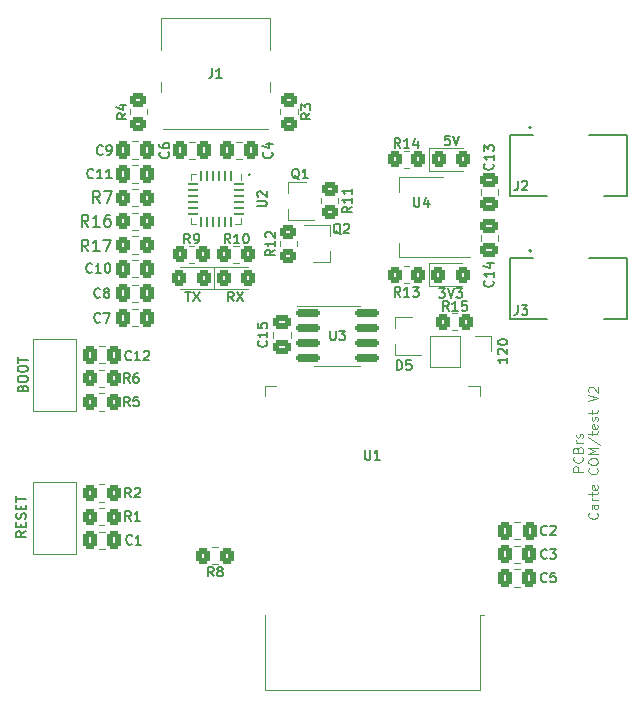
<source format=gbr>
%TF.GenerationSoftware,KiCad,Pcbnew,(6.0.2)*%
%TF.CreationDate,2022-05-29T19:06:36+02:00*%
%TF.ProjectId,PCB_ESP32_CAN,5043425f-4553-4503-9332-5f43414e2e6b,rev?*%
%TF.SameCoordinates,Original*%
%TF.FileFunction,Legend,Top*%
%TF.FilePolarity,Positive*%
%FSLAX46Y46*%
G04 Gerber Fmt 4.6, Leading zero omitted, Abs format (unit mm)*
G04 Created by KiCad (PCBNEW (6.0.2)) date 2022-05-29 19:06:36*
%MOMM*%
%LPD*%
G01*
G04 APERTURE LIST*
G04 Aperture macros list*
%AMRoundRect*
0 Rectangle with rounded corners*
0 $1 Rounding radius*
0 $2 $3 $4 $5 $6 $7 $8 $9 X,Y pos of 4 corners*
0 Add a 4 corners polygon primitive as box body*
4,1,4,$2,$3,$4,$5,$6,$7,$8,$9,$2,$3,0*
0 Add four circle primitives for the rounded corners*
1,1,$1+$1,$2,$3*
1,1,$1+$1,$4,$5*
1,1,$1+$1,$6,$7*
1,1,$1+$1,$8,$9*
0 Add four rect primitives between the rounded corners*
20,1,$1+$1,$2,$3,$4,$5,0*
20,1,$1+$1,$4,$5,$6,$7,0*
20,1,$1+$1,$6,$7,$8,$9,0*
20,1,$1+$1,$8,$9,$2,$3,0*%
G04 Aperture macros list end*
%ADD10C,0.152400*%
%ADD11C,0.100000*%
%ADD12C,0.150000*%
%ADD13C,0.120000*%
%ADD14C,0.200000*%
%ADD15RoundRect,0.250000X-0.337500X-0.475000X0.337500X-0.475000X0.337500X0.475000X-0.337500X0.475000X0*%
%ADD16RoundRect,0.250000X0.337500X0.475000X-0.337500X0.475000X-0.337500X-0.475000X0.337500X-0.475000X0*%
%ADD17RoundRect,0.250000X0.475000X-0.337500X0.475000X0.337500X-0.475000X0.337500X-0.475000X-0.337500X0*%
%ADD18RoundRect,0.250000X-0.475000X0.337500X-0.475000X-0.337500X0.475000X-0.337500X0.475000X0.337500X0*%
%ADD19RoundRect,0.250000X0.325000X0.450000X-0.325000X0.450000X-0.325000X-0.450000X0.325000X-0.450000X0*%
%ADD20RoundRect,0.250000X-0.325000X-0.450000X0.325000X-0.450000X0.325000X0.450000X-0.325000X0.450000X0*%
%ADD21R,0.900000X0.800000*%
%ADD22R,1.700000X1.700000*%
%ADD23O,1.700000X1.700000*%
%ADD24RoundRect,0.250000X0.350000X0.450000X-0.350000X0.450000X-0.350000X-0.450000X0.350000X-0.450000X0*%
%ADD25RoundRect,0.250000X-0.350000X-0.450000X0.350000X-0.450000X0.350000X0.450000X-0.350000X0.450000X0*%
%ADD26RoundRect,0.250000X0.450000X-0.350000X0.450000X0.350000X-0.450000X0.350000X-0.450000X-0.350000X0*%
%ADD27RoundRect,0.250000X-0.450000X0.350000X-0.450000X-0.350000X0.450000X-0.350000X0.450000X0.350000X0*%
%ADD28R,1.600000X2.180000*%
%ADD29R,2.000000X0.900000*%
%ADD30R,0.900000X2.000000*%
%ADD31R,5.000000X5.000000*%
%ADD32RoundRect,0.062500X-0.062500X0.350000X-0.062500X-0.350000X0.062500X-0.350000X0.062500X0.350000X0*%
%ADD33RoundRect,0.062500X-0.350000X0.062500X-0.350000X-0.062500X0.350000X-0.062500X0.350000X0.062500X0*%
%ADD34R,2.600000X2.600000*%
%ADD35RoundRect,0.150000X-0.825000X-0.150000X0.825000X-0.150000X0.825000X0.150000X-0.825000X0.150000X0*%
%ADD36R,2.000000X1.500000*%
%ADD37R,2.000000X3.800000*%
%ADD38C,0.800000*%
%ADD39C,6.400000*%
%ADD40R,1.500000X3.000000*%
%ADD41C,0.700000*%
%ADD42O,0.900000X2.400000*%
%ADD43O,0.900000X1.700000*%
G04 APERTURE END LIST*
D10*
X133400000Y-86690285D02*
X133438704Y-86728990D01*
X133400000Y-86767695D01*
X133361295Y-86728990D01*
X133400000Y-86690285D01*
X133400000Y-86767695D01*
D11*
X161617904Y-111880952D02*
X160817904Y-111880952D01*
X160817904Y-111576190D01*
X160856000Y-111500000D01*
X160894095Y-111461904D01*
X160970285Y-111423809D01*
X161084571Y-111423809D01*
X161160761Y-111461904D01*
X161198857Y-111500000D01*
X161236952Y-111576190D01*
X161236952Y-111880952D01*
X161541714Y-110623809D02*
X161579809Y-110661904D01*
X161617904Y-110776190D01*
X161617904Y-110852380D01*
X161579809Y-110966666D01*
X161503619Y-111042857D01*
X161427428Y-111080952D01*
X161275047Y-111119047D01*
X161160761Y-111119047D01*
X161008380Y-111080952D01*
X160932190Y-111042857D01*
X160856000Y-110966666D01*
X160817904Y-110852380D01*
X160817904Y-110776190D01*
X160856000Y-110661904D01*
X160894095Y-110623809D01*
X161198857Y-110014285D02*
X161236952Y-109900000D01*
X161275047Y-109861904D01*
X161351238Y-109823809D01*
X161465523Y-109823809D01*
X161541714Y-109861904D01*
X161579809Y-109900000D01*
X161617904Y-109976190D01*
X161617904Y-110280952D01*
X160817904Y-110280952D01*
X160817904Y-110014285D01*
X160856000Y-109938095D01*
X160894095Y-109900000D01*
X160970285Y-109861904D01*
X161046476Y-109861904D01*
X161122666Y-109900000D01*
X161160761Y-109938095D01*
X161198857Y-110014285D01*
X161198857Y-110280952D01*
X161617904Y-109480952D02*
X161084571Y-109480952D01*
X161236952Y-109480952D02*
X161160761Y-109442857D01*
X161122666Y-109404761D01*
X161084571Y-109328571D01*
X161084571Y-109252380D01*
X161579809Y-109023809D02*
X161617904Y-108947619D01*
X161617904Y-108795238D01*
X161579809Y-108719047D01*
X161503619Y-108680952D01*
X161465523Y-108680952D01*
X161389333Y-108719047D01*
X161351238Y-108795238D01*
X161351238Y-108909523D01*
X161313142Y-108985714D01*
X161236952Y-109023809D01*
X161198857Y-109023809D01*
X161122666Y-108985714D01*
X161084571Y-108909523D01*
X161084571Y-108795238D01*
X161122666Y-108719047D01*
X162829714Y-115385714D02*
X162867809Y-115423809D01*
X162905904Y-115538095D01*
X162905904Y-115614285D01*
X162867809Y-115728571D01*
X162791619Y-115804761D01*
X162715428Y-115842857D01*
X162563047Y-115880952D01*
X162448761Y-115880952D01*
X162296380Y-115842857D01*
X162220190Y-115804761D01*
X162144000Y-115728571D01*
X162105904Y-115614285D01*
X162105904Y-115538095D01*
X162144000Y-115423809D01*
X162182095Y-115385714D01*
X162905904Y-114700000D02*
X162486857Y-114700000D01*
X162410666Y-114738095D01*
X162372571Y-114814285D01*
X162372571Y-114966666D01*
X162410666Y-115042857D01*
X162867809Y-114700000D02*
X162905904Y-114776190D01*
X162905904Y-114966666D01*
X162867809Y-115042857D01*
X162791619Y-115080952D01*
X162715428Y-115080952D01*
X162639238Y-115042857D01*
X162601142Y-114966666D01*
X162601142Y-114776190D01*
X162563047Y-114700000D01*
X162905904Y-114319047D02*
X162372571Y-114319047D01*
X162524952Y-114319047D02*
X162448761Y-114280952D01*
X162410666Y-114242857D01*
X162372571Y-114166666D01*
X162372571Y-114090476D01*
X162372571Y-113938095D02*
X162372571Y-113633333D01*
X162105904Y-113823809D02*
X162791619Y-113823809D01*
X162867809Y-113785714D01*
X162905904Y-113709523D01*
X162905904Y-113633333D01*
X162867809Y-113061904D02*
X162905904Y-113138095D01*
X162905904Y-113290476D01*
X162867809Y-113366666D01*
X162791619Y-113404761D01*
X162486857Y-113404761D01*
X162410666Y-113366666D01*
X162372571Y-113290476D01*
X162372571Y-113138095D01*
X162410666Y-113061904D01*
X162486857Y-113023809D01*
X162563047Y-113023809D01*
X162639238Y-113404761D01*
X162829714Y-111614285D02*
X162867809Y-111652380D01*
X162905904Y-111766666D01*
X162905904Y-111842857D01*
X162867809Y-111957142D01*
X162791619Y-112033333D01*
X162715428Y-112071428D01*
X162563047Y-112109523D01*
X162448761Y-112109523D01*
X162296380Y-112071428D01*
X162220190Y-112033333D01*
X162144000Y-111957142D01*
X162105904Y-111842857D01*
X162105904Y-111766666D01*
X162144000Y-111652380D01*
X162182095Y-111614285D01*
X162105904Y-111119047D02*
X162105904Y-110966666D01*
X162144000Y-110890476D01*
X162220190Y-110814285D01*
X162372571Y-110776190D01*
X162639238Y-110776190D01*
X162791619Y-110814285D01*
X162867809Y-110890476D01*
X162905904Y-110966666D01*
X162905904Y-111119047D01*
X162867809Y-111195238D01*
X162791619Y-111271428D01*
X162639238Y-111309523D01*
X162372571Y-111309523D01*
X162220190Y-111271428D01*
X162144000Y-111195238D01*
X162105904Y-111119047D01*
X162905904Y-110433333D02*
X162105904Y-110433333D01*
X162677333Y-110166666D01*
X162105904Y-109900000D01*
X162905904Y-109900000D01*
X162067809Y-108947619D02*
X163096380Y-109633333D01*
X162372571Y-108795238D02*
X162372571Y-108490476D01*
X162105904Y-108680952D02*
X162791619Y-108680952D01*
X162867809Y-108642857D01*
X162905904Y-108566666D01*
X162905904Y-108490476D01*
X162867809Y-107919047D02*
X162905904Y-107995238D01*
X162905904Y-108147619D01*
X162867809Y-108223809D01*
X162791619Y-108261904D01*
X162486857Y-108261904D01*
X162410666Y-108223809D01*
X162372571Y-108147619D01*
X162372571Y-107995238D01*
X162410666Y-107919047D01*
X162486857Y-107880952D01*
X162563047Y-107880952D01*
X162639238Y-108261904D01*
X162867809Y-107576190D02*
X162905904Y-107500000D01*
X162905904Y-107347619D01*
X162867809Y-107271428D01*
X162791619Y-107233333D01*
X162753523Y-107233333D01*
X162677333Y-107271428D01*
X162639238Y-107347619D01*
X162639238Y-107461904D01*
X162601142Y-107538095D01*
X162524952Y-107576190D01*
X162486857Y-107576190D01*
X162410666Y-107538095D01*
X162372571Y-107461904D01*
X162372571Y-107347619D01*
X162410666Y-107271428D01*
X162372571Y-107004761D02*
X162372571Y-106700000D01*
X162105904Y-106890476D02*
X162791619Y-106890476D01*
X162867809Y-106852380D01*
X162905904Y-106776190D01*
X162905904Y-106700000D01*
X162105904Y-105938095D02*
X162905904Y-105671428D01*
X162105904Y-105404761D01*
X162182095Y-105176190D02*
X162144000Y-105138095D01*
X162105904Y-105061904D01*
X162105904Y-104871428D01*
X162144000Y-104795238D01*
X162182095Y-104757142D01*
X162258285Y-104719047D01*
X162334476Y-104719047D01*
X162448761Y-104757142D01*
X162905904Y-105214285D01*
X162905904Y-104719047D01*
D10*
%TO.C,C1*%
X123464533Y-117990285D02*
X123425828Y-118028990D01*
X123309714Y-118067695D01*
X123232304Y-118067695D01*
X123116190Y-118028990D01*
X123038780Y-117951580D01*
X123000076Y-117874171D01*
X122961371Y-117719352D01*
X122961371Y-117603238D01*
X123000076Y-117448419D01*
X123038780Y-117371009D01*
X123116190Y-117293600D01*
X123232304Y-117254895D01*
X123309714Y-117254895D01*
X123425828Y-117293600D01*
X123464533Y-117332304D01*
X124238628Y-118067695D02*
X123774171Y-118067695D01*
X124006400Y-118067695D02*
X124006400Y-117254895D01*
X123928990Y-117371009D01*
X123851580Y-117448419D01*
X123774171Y-117487123D01*
%TO.C,C2*%
X158564533Y-117190285D02*
X158525828Y-117228990D01*
X158409714Y-117267695D01*
X158332304Y-117267695D01*
X158216190Y-117228990D01*
X158138780Y-117151580D01*
X158100076Y-117074171D01*
X158061371Y-116919352D01*
X158061371Y-116803238D01*
X158100076Y-116648419D01*
X158138780Y-116571009D01*
X158216190Y-116493600D01*
X158332304Y-116454895D01*
X158409714Y-116454895D01*
X158525828Y-116493600D01*
X158564533Y-116532304D01*
X158874171Y-116532304D02*
X158912876Y-116493600D01*
X158990285Y-116454895D01*
X159183809Y-116454895D01*
X159261219Y-116493600D01*
X159299923Y-116532304D01*
X159338628Y-116609714D01*
X159338628Y-116687123D01*
X159299923Y-116803238D01*
X158835466Y-117267695D01*
X159338628Y-117267695D01*
%TO.C,C3*%
X158564533Y-119190285D02*
X158525828Y-119228990D01*
X158409714Y-119267695D01*
X158332304Y-119267695D01*
X158216190Y-119228990D01*
X158138780Y-119151580D01*
X158100076Y-119074171D01*
X158061371Y-118919352D01*
X158061371Y-118803238D01*
X158100076Y-118648419D01*
X158138780Y-118571009D01*
X158216190Y-118493600D01*
X158332304Y-118454895D01*
X158409714Y-118454895D01*
X158525828Y-118493600D01*
X158564533Y-118532304D01*
X158835466Y-118454895D02*
X159338628Y-118454895D01*
X159067695Y-118764533D01*
X159183809Y-118764533D01*
X159261219Y-118803238D01*
X159299923Y-118841942D01*
X159338628Y-118919352D01*
X159338628Y-119112876D01*
X159299923Y-119190285D01*
X159261219Y-119228990D01*
X159183809Y-119267695D01*
X158951580Y-119267695D01*
X158874171Y-119228990D01*
X158835466Y-119190285D01*
%TO.C,C5*%
X158564533Y-121190285D02*
X158525828Y-121228990D01*
X158409714Y-121267695D01*
X158332304Y-121267695D01*
X158216190Y-121228990D01*
X158138780Y-121151580D01*
X158100076Y-121074171D01*
X158061371Y-120919352D01*
X158061371Y-120803238D01*
X158100076Y-120648419D01*
X158138780Y-120571009D01*
X158216190Y-120493600D01*
X158332304Y-120454895D01*
X158409714Y-120454895D01*
X158525828Y-120493600D01*
X158564533Y-120532304D01*
X159299923Y-120454895D02*
X158912876Y-120454895D01*
X158874171Y-120841942D01*
X158912876Y-120803238D01*
X158990285Y-120764533D01*
X159183809Y-120764533D01*
X159261219Y-120803238D01*
X159299923Y-120841942D01*
X159338628Y-120919352D01*
X159338628Y-121112876D01*
X159299923Y-121190285D01*
X159261219Y-121228990D01*
X159183809Y-121267695D01*
X158990285Y-121267695D01*
X158912876Y-121228990D01*
X158874171Y-121190285D01*
%TO.C,C7*%
X120764533Y-99190285D02*
X120725828Y-99228990D01*
X120609714Y-99267695D01*
X120532304Y-99267695D01*
X120416190Y-99228990D01*
X120338780Y-99151580D01*
X120300076Y-99074171D01*
X120261371Y-98919352D01*
X120261371Y-98803238D01*
X120300076Y-98648419D01*
X120338780Y-98571009D01*
X120416190Y-98493600D01*
X120532304Y-98454895D01*
X120609714Y-98454895D01*
X120725828Y-98493600D01*
X120764533Y-98532304D01*
X121035466Y-98454895D02*
X121577333Y-98454895D01*
X121228990Y-99267695D01*
%TO.C,C8*%
X120764533Y-97090285D02*
X120725828Y-97128990D01*
X120609714Y-97167695D01*
X120532304Y-97167695D01*
X120416190Y-97128990D01*
X120338780Y-97051580D01*
X120300076Y-96974171D01*
X120261371Y-96819352D01*
X120261371Y-96703238D01*
X120300076Y-96548419D01*
X120338780Y-96471009D01*
X120416190Y-96393600D01*
X120532304Y-96354895D01*
X120609714Y-96354895D01*
X120725828Y-96393600D01*
X120764533Y-96432304D01*
X121228990Y-96703238D02*
X121151580Y-96664533D01*
X121112876Y-96625828D01*
X121074171Y-96548419D01*
X121074171Y-96509714D01*
X121112876Y-96432304D01*
X121151580Y-96393600D01*
X121228990Y-96354895D01*
X121383809Y-96354895D01*
X121461219Y-96393600D01*
X121499923Y-96432304D01*
X121538628Y-96509714D01*
X121538628Y-96548419D01*
X121499923Y-96625828D01*
X121461219Y-96664533D01*
X121383809Y-96703238D01*
X121228990Y-96703238D01*
X121151580Y-96741942D01*
X121112876Y-96780647D01*
X121074171Y-96858057D01*
X121074171Y-97012876D01*
X121112876Y-97090285D01*
X121151580Y-97128990D01*
X121228990Y-97167695D01*
X121383809Y-97167695D01*
X121461219Y-97128990D01*
X121499923Y-97090285D01*
X121538628Y-97012876D01*
X121538628Y-96858057D01*
X121499923Y-96780647D01*
X121461219Y-96741942D01*
X121383809Y-96703238D01*
%TO.C,C10*%
X120077485Y-94990285D02*
X120038780Y-95028990D01*
X119922666Y-95067695D01*
X119845257Y-95067695D01*
X119729142Y-95028990D01*
X119651733Y-94951580D01*
X119613028Y-94874171D01*
X119574323Y-94719352D01*
X119574323Y-94603238D01*
X119613028Y-94448419D01*
X119651733Y-94371009D01*
X119729142Y-94293600D01*
X119845257Y-94254895D01*
X119922666Y-94254895D01*
X120038780Y-94293600D01*
X120077485Y-94332304D01*
X120851580Y-95067695D02*
X120387123Y-95067695D01*
X120619352Y-95067695D02*
X120619352Y-94254895D01*
X120541942Y-94371009D01*
X120464533Y-94448419D01*
X120387123Y-94487123D01*
X121354742Y-94254895D02*
X121432152Y-94254895D01*
X121509561Y-94293600D01*
X121548266Y-94332304D01*
X121586971Y-94409714D01*
X121625676Y-94564533D01*
X121625676Y-94758057D01*
X121586971Y-94912876D01*
X121548266Y-94990285D01*
X121509561Y-95028990D01*
X121432152Y-95067695D01*
X121354742Y-95067695D01*
X121277333Y-95028990D01*
X121238628Y-94990285D01*
X121199923Y-94912876D01*
X121161219Y-94758057D01*
X121161219Y-94564533D01*
X121199923Y-94409714D01*
X121238628Y-94332304D01*
X121277333Y-94293600D01*
X121354742Y-94254895D01*
%TO.C,C11*%
X120177485Y-86990285D02*
X120138780Y-87028990D01*
X120022666Y-87067695D01*
X119945257Y-87067695D01*
X119829142Y-87028990D01*
X119751733Y-86951580D01*
X119713028Y-86874171D01*
X119674323Y-86719352D01*
X119674323Y-86603238D01*
X119713028Y-86448419D01*
X119751733Y-86371009D01*
X119829142Y-86293600D01*
X119945257Y-86254895D01*
X120022666Y-86254895D01*
X120138780Y-86293600D01*
X120177485Y-86332304D01*
X120951580Y-87067695D02*
X120487123Y-87067695D01*
X120719352Y-87067695D02*
X120719352Y-86254895D01*
X120641942Y-86371009D01*
X120564533Y-86448419D01*
X120487123Y-86487123D01*
X121725676Y-87067695D02*
X121261219Y-87067695D01*
X121493447Y-87067695D02*
X121493447Y-86254895D01*
X121416038Y-86371009D01*
X121338628Y-86448419D01*
X121261219Y-86487123D01*
%TO.C,C12*%
X123377485Y-102390285D02*
X123338780Y-102428990D01*
X123222666Y-102467695D01*
X123145257Y-102467695D01*
X123029142Y-102428990D01*
X122951733Y-102351580D01*
X122913028Y-102274171D01*
X122874323Y-102119352D01*
X122874323Y-102003238D01*
X122913028Y-101848419D01*
X122951733Y-101771009D01*
X123029142Y-101693600D01*
X123145257Y-101654895D01*
X123222666Y-101654895D01*
X123338780Y-101693600D01*
X123377485Y-101732304D01*
X124151580Y-102467695D02*
X123687123Y-102467695D01*
X123919352Y-102467695D02*
X123919352Y-101654895D01*
X123841942Y-101771009D01*
X123764533Y-101848419D01*
X123687123Y-101887123D01*
X124461219Y-101732304D02*
X124499923Y-101693600D01*
X124577333Y-101654895D01*
X124770857Y-101654895D01*
X124848266Y-101693600D01*
X124886971Y-101732304D01*
X124925676Y-101809714D01*
X124925676Y-101887123D01*
X124886971Y-102003238D01*
X124422514Y-102467695D01*
X124925676Y-102467695D01*
%TO.C,C13*%
X153990285Y-85822514D02*
X154028990Y-85861219D01*
X154067695Y-85977333D01*
X154067695Y-86054742D01*
X154028990Y-86170857D01*
X153951580Y-86248266D01*
X153874171Y-86286971D01*
X153719352Y-86325676D01*
X153603238Y-86325676D01*
X153448419Y-86286971D01*
X153371009Y-86248266D01*
X153293600Y-86170857D01*
X153254895Y-86054742D01*
X153254895Y-85977333D01*
X153293600Y-85861219D01*
X153332304Y-85822514D01*
X154067695Y-85048419D02*
X154067695Y-85512876D01*
X154067695Y-85280647D02*
X153254895Y-85280647D01*
X153371009Y-85358057D01*
X153448419Y-85435466D01*
X153487123Y-85512876D01*
X153254895Y-84777485D02*
X153254895Y-84274323D01*
X153564533Y-84545257D01*
X153564533Y-84429142D01*
X153603238Y-84351733D01*
X153641942Y-84313028D01*
X153719352Y-84274323D01*
X153912876Y-84274323D01*
X153990285Y-84313028D01*
X154028990Y-84351733D01*
X154067695Y-84429142D01*
X154067695Y-84661371D01*
X154028990Y-84738780D01*
X153990285Y-84777485D01*
%TO.C,C14*%
X153990285Y-95722514D02*
X154028990Y-95761219D01*
X154067695Y-95877333D01*
X154067695Y-95954742D01*
X154028990Y-96070857D01*
X153951580Y-96148266D01*
X153874171Y-96186971D01*
X153719352Y-96225676D01*
X153603238Y-96225676D01*
X153448419Y-96186971D01*
X153371009Y-96148266D01*
X153293600Y-96070857D01*
X153254895Y-95954742D01*
X153254895Y-95877333D01*
X153293600Y-95761219D01*
X153332304Y-95722514D01*
X154067695Y-94948419D02*
X154067695Y-95412876D01*
X154067695Y-95180647D02*
X153254895Y-95180647D01*
X153371009Y-95258057D01*
X153448419Y-95335466D01*
X153487123Y-95412876D01*
X153525828Y-94251733D02*
X154067695Y-94251733D01*
X153216190Y-94445257D02*
X153796761Y-94638780D01*
X153796761Y-94135619D01*
%TO.C,C15*%
X134840285Y-100822514D02*
X134878990Y-100861219D01*
X134917695Y-100977333D01*
X134917695Y-101054742D01*
X134878990Y-101170857D01*
X134801580Y-101248266D01*
X134724171Y-101286971D01*
X134569352Y-101325676D01*
X134453238Y-101325676D01*
X134298419Y-101286971D01*
X134221009Y-101248266D01*
X134143600Y-101170857D01*
X134104895Y-101054742D01*
X134104895Y-100977333D01*
X134143600Y-100861219D01*
X134182304Y-100822514D01*
X134917695Y-100048419D02*
X134917695Y-100512876D01*
X134917695Y-100280647D02*
X134104895Y-100280647D01*
X134221009Y-100358057D01*
X134298419Y-100435466D01*
X134337123Y-100512876D01*
X134104895Y-99313028D02*
X134104895Y-99700076D01*
X134491942Y-99738780D01*
X134453238Y-99700076D01*
X134414533Y-99622666D01*
X134414533Y-99429142D01*
X134453238Y-99351733D01*
X134491942Y-99313028D01*
X134569352Y-99274323D01*
X134762876Y-99274323D01*
X134840285Y-99313028D01*
X134878990Y-99351733D01*
X134917695Y-99429142D01*
X134917695Y-99622666D01*
X134878990Y-99700076D01*
X134840285Y-99738780D01*
%TO.C,TX*%
X127980723Y-96654895D02*
X128445180Y-96654895D01*
X128212952Y-97467695D02*
X128212952Y-96654895D01*
X128638704Y-96654895D02*
X129180571Y-97467695D01*
X129180571Y-96654895D02*
X128638704Y-97467695D01*
%TO.C,RX*%
X132064533Y-97467695D02*
X131793600Y-97080647D01*
X131600076Y-97467695D02*
X131600076Y-96654895D01*
X131909714Y-96654895D01*
X131987123Y-96693600D01*
X132025828Y-96732304D01*
X132064533Y-96809714D01*
X132064533Y-96925828D01*
X132025828Y-97003238D01*
X131987123Y-97041942D01*
X131909714Y-97080647D01*
X131600076Y-97080647D01*
X132335466Y-96654895D02*
X132877333Y-97467695D01*
X132877333Y-96654895D02*
X132335466Y-97467695D01*
%TO.C,3V3*%
X149443676Y-96354895D02*
X149946838Y-96354895D01*
X149675904Y-96664533D01*
X149792019Y-96664533D01*
X149869428Y-96703238D01*
X149908133Y-96741942D01*
X149946838Y-96819352D01*
X149946838Y-97012876D01*
X149908133Y-97090285D01*
X149869428Y-97128990D01*
X149792019Y-97167695D01*
X149559790Y-97167695D01*
X149482380Y-97128990D01*
X149443676Y-97090285D01*
X150179066Y-96354895D02*
X150450000Y-97167695D01*
X150720933Y-96354895D01*
X150914457Y-96354895D02*
X151417619Y-96354895D01*
X151146685Y-96664533D01*
X151262800Y-96664533D01*
X151340209Y-96703238D01*
X151378914Y-96741942D01*
X151417619Y-96819352D01*
X151417619Y-97012876D01*
X151378914Y-97090285D01*
X151340209Y-97128990D01*
X151262800Y-97167695D01*
X151030571Y-97167695D01*
X150953161Y-97128990D01*
X150914457Y-97090285D01*
%TO.C,5V*%
X150345180Y-83454895D02*
X149958133Y-83454895D01*
X149919428Y-83841942D01*
X149958133Y-83803238D01*
X150035542Y-83764533D01*
X150229066Y-83764533D01*
X150306476Y-83803238D01*
X150345180Y-83841942D01*
X150383885Y-83919352D01*
X150383885Y-84112876D01*
X150345180Y-84190285D01*
X150306476Y-84228990D01*
X150229066Y-84267695D01*
X150035542Y-84267695D01*
X149958133Y-84228990D01*
X149919428Y-84190285D01*
X150616114Y-83454895D02*
X150887047Y-84267695D01*
X151157980Y-83454895D01*
%TO.C,D5*%
X145885076Y-103267695D02*
X145885076Y-102454895D01*
X146078600Y-102454895D01*
X146194714Y-102493600D01*
X146272123Y-102571009D01*
X146310828Y-102648419D01*
X146349533Y-102803238D01*
X146349533Y-102919352D01*
X146310828Y-103074171D01*
X146272123Y-103151580D01*
X146194714Y-103228990D01*
X146078600Y-103267695D01*
X145885076Y-103267695D01*
X147084923Y-102454895D02*
X146697876Y-102454895D01*
X146659171Y-102841942D01*
X146697876Y-102803238D01*
X146775285Y-102764533D01*
X146968809Y-102764533D01*
X147046219Y-102803238D01*
X147084923Y-102841942D01*
X147123628Y-102919352D01*
X147123628Y-103112876D01*
X147084923Y-103190285D01*
X147046219Y-103228990D01*
X146968809Y-103267695D01*
X146775285Y-103267695D01*
X146697876Y-103228990D01*
X146659171Y-103190285D01*
%TO.C,120*%
X155237695Y-102241866D02*
X155237695Y-102706323D01*
X155237695Y-102474095D02*
X154424895Y-102474095D01*
X154541009Y-102551504D01*
X154618419Y-102628914D01*
X154657123Y-102706323D01*
X154502304Y-101932228D02*
X154463600Y-101893523D01*
X154424895Y-101816114D01*
X154424895Y-101622590D01*
X154463600Y-101545180D01*
X154502304Y-101506476D01*
X154579714Y-101467771D01*
X154657123Y-101467771D01*
X154773238Y-101506476D01*
X155237695Y-101970933D01*
X155237695Y-101467771D01*
X154424895Y-100964609D02*
X154424895Y-100887200D01*
X154463600Y-100809790D01*
X154502304Y-100771085D01*
X154579714Y-100732380D01*
X154734533Y-100693676D01*
X154928057Y-100693676D01*
X155082876Y-100732380D01*
X155160285Y-100771085D01*
X155198990Y-100809790D01*
X155237695Y-100887200D01*
X155237695Y-100964609D01*
X155198990Y-101042019D01*
X155160285Y-101080723D01*
X155082876Y-101119428D01*
X154928057Y-101158133D01*
X154734533Y-101158133D01*
X154579714Y-101119428D01*
X154502304Y-101080723D01*
X154463600Y-101042019D01*
X154424895Y-100964609D01*
%TO.C,Q1*%
X137622590Y-87145104D02*
X137545180Y-87106400D01*
X137467771Y-87028990D01*
X137351657Y-86912876D01*
X137274247Y-86874171D01*
X137196838Y-86874171D01*
X137235542Y-87067695D02*
X137158133Y-87028990D01*
X137080723Y-86951580D01*
X137042019Y-86796761D01*
X137042019Y-86525828D01*
X137080723Y-86371009D01*
X137158133Y-86293600D01*
X137235542Y-86254895D01*
X137390361Y-86254895D01*
X137467771Y-86293600D01*
X137545180Y-86371009D01*
X137583885Y-86525828D01*
X137583885Y-86796761D01*
X137545180Y-86951580D01*
X137467771Y-87028990D01*
X137390361Y-87067695D01*
X137235542Y-87067695D01*
X138357980Y-87067695D02*
X137893523Y-87067695D01*
X138125752Y-87067695D02*
X138125752Y-86254895D01*
X138048342Y-86371009D01*
X137970933Y-86448419D01*
X137893523Y-86487123D01*
%TO.C,Q2*%
X141122590Y-91795104D02*
X141045180Y-91756400D01*
X140967771Y-91678990D01*
X140851657Y-91562876D01*
X140774247Y-91524171D01*
X140696838Y-91524171D01*
X140735542Y-91717695D02*
X140658133Y-91678990D01*
X140580723Y-91601580D01*
X140542019Y-91446761D01*
X140542019Y-91175828D01*
X140580723Y-91021009D01*
X140658133Y-90943600D01*
X140735542Y-90904895D01*
X140890361Y-90904895D01*
X140967771Y-90943600D01*
X141045180Y-91021009D01*
X141083885Y-91175828D01*
X141083885Y-91446761D01*
X141045180Y-91601580D01*
X140967771Y-91678990D01*
X140890361Y-91717695D01*
X140735542Y-91717695D01*
X141393523Y-90982304D02*
X141432228Y-90943600D01*
X141509638Y-90904895D01*
X141703161Y-90904895D01*
X141780571Y-90943600D01*
X141819276Y-90982304D01*
X141857980Y-91059714D01*
X141857980Y-91137123D01*
X141819276Y-91253238D01*
X141354819Y-91717695D01*
X141857980Y-91717695D01*
%TO.C,R1*%
X123364533Y-116067695D02*
X123093600Y-115680647D01*
X122900076Y-116067695D02*
X122900076Y-115254895D01*
X123209714Y-115254895D01*
X123287123Y-115293600D01*
X123325828Y-115332304D01*
X123364533Y-115409714D01*
X123364533Y-115525828D01*
X123325828Y-115603238D01*
X123287123Y-115641942D01*
X123209714Y-115680647D01*
X122900076Y-115680647D01*
X124138628Y-116067695D02*
X123674171Y-116067695D01*
X123906400Y-116067695D02*
X123906400Y-115254895D01*
X123828990Y-115371009D01*
X123751580Y-115448419D01*
X123674171Y-115487123D01*
%TO.C,R2*%
X123364533Y-114067695D02*
X123093600Y-113680647D01*
X122900076Y-114067695D02*
X122900076Y-113254895D01*
X123209714Y-113254895D01*
X123287123Y-113293600D01*
X123325828Y-113332304D01*
X123364533Y-113409714D01*
X123364533Y-113525828D01*
X123325828Y-113603238D01*
X123287123Y-113641942D01*
X123209714Y-113680647D01*
X122900076Y-113680647D01*
X123674171Y-113332304D02*
X123712876Y-113293600D01*
X123790285Y-113254895D01*
X123983809Y-113254895D01*
X124061219Y-113293600D01*
X124099923Y-113332304D01*
X124138628Y-113409714D01*
X124138628Y-113487123D01*
X124099923Y-113603238D01*
X123635466Y-114067695D01*
X124138628Y-114067695D01*
%TO.C,R5*%
X123264533Y-106367695D02*
X122993600Y-105980647D01*
X122800076Y-106367695D02*
X122800076Y-105554895D01*
X123109714Y-105554895D01*
X123187123Y-105593600D01*
X123225828Y-105632304D01*
X123264533Y-105709714D01*
X123264533Y-105825828D01*
X123225828Y-105903238D01*
X123187123Y-105941942D01*
X123109714Y-105980647D01*
X122800076Y-105980647D01*
X123999923Y-105554895D02*
X123612876Y-105554895D01*
X123574171Y-105941942D01*
X123612876Y-105903238D01*
X123690285Y-105864533D01*
X123883809Y-105864533D01*
X123961219Y-105903238D01*
X123999923Y-105941942D01*
X124038628Y-106019352D01*
X124038628Y-106212876D01*
X123999923Y-106290285D01*
X123961219Y-106328990D01*
X123883809Y-106367695D01*
X123690285Y-106367695D01*
X123612876Y-106328990D01*
X123574171Y-106290285D01*
%TO.C,R6*%
X123264533Y-104367695D02*
X122993600Y-103980647D01*
X122800076Y-104367695D02*
X122800076Y-103554895D01*
X123109714Y-103554895D01*
X123187123Y-103593600D01*
X123225828Y-103632304D01*
X123264533Y-103709714D01*
X123264533Y-103825828D01*
X123225828Y-103903238D01*
X123187123Y-103941942D01*
X123109714Y-103980647D01*
X122800076Y-103980647D01*
X123961219Y-103554895D02*
X123806400Y-103554895D01*
X123728990Y-103593600D01*
X123690285Y-103632304D01*
X123612876Y-103748419D01*
X123574171Y-103903238D01*
X123574171Y-104212876D01*
X123612876Y-104290285D01*
X123651580Y-104328990D01*
X123728990Y-104367695D01*
X123883809Y-104367695D01*
X123961219Y-104328990D01*
X123999923Y-104290285D01*
X124038628Y-104212876D01*
X124038628Y-104019352D01*
X123999923Y-103941942D01*
X123961219Y-103903238D01*
X123883809Y-103864533D01*
X123728990Y-103864533D01*
X123651580Y-103903238D01*
X123612876Y-103941942D01*
X123574171Y-104019352D01*
%TO.C,R8*%
X130364533Y-120767695D02*
X130093600Y-120380647D01*
X129900076Y-120767695D02*
X129900076Y-119954895D01*
X130209714Y-119954895D01*
X130287123Y-119993600D01*
X130325828Y-120032304D01*
X130364533Y-120109714D01*
X130364533Y-120225828D01*
X130325828Y-120303238D01*
X130287123Y-120341942D01*
X130209714Y-120380647D01*
X129900076Y-120380647D01*
X130828990Y-120303238D02*
X130751580Y-120264533D01*
X130712876Y-120225828D01*
X130674171Y-120148419D01*
X130674171Y-120109714D01*
X130712876Y-120032304D01*
X130751580Y-119993600D01*
X130828990Y-119954895D01*
X130983809Y-119954895D01*
X131061219Y-119993600D01*
X131099923Y-120032304D01*
X131138628Y-120109714D01*
X131138628Y-120148419D01*
X131099923Y-120225828D01*
X131061219Y-120264533D01*
X130983809Y-120303238D01*
X130828990Y-120303238D01*
X130751580Y-120341942D01*
X130712876Y-120380647D01*
X130674171Y-120458057D01*
X130674171Y-120612876D01*
X130712876Y-120690285D01*
X130751580Y-120728990D01*
X130828990Y-120767695D01*
X130983809Y-120767695D01*
X131061219Y-120728990D01*
X131099923Y-120690285D01*
X131138628Y-120612876D01*
X131138628Y-120458057D01*
X131099923Y-120380647D01*
X131061219Y-120341942D01*
X130983809Y-120303238D01*
%TO.C,R9*%
X128364533Y-92567695D02*
X128093600Y-92180647D01*
X127900076Y-92567695D02*
X127900076Y-91754895D01*
X128209714Y-91754895D01*
X128287123Y-91793600D01*
X128325828Y-91832304D01*
X128364533Y-91909714D01*
X128364533Y-92025828D01*
X128325828Y-92103238D01*
X128287123Y-92141942D01*
X128209714Y-92180647D01*
X127900076Y-92180647D01*
X128751580Y-92567695D02*
X128906400Y-92567695D01*
X128983809Y-92528990D01*
X129022514Y-92490285D01*
X129099923Y-92374171D01*
X129138628Y-92219352D01*
X129138628Y-91909714D01*
X129099923Y-91832304D01*
X129061219Y-91793600D01*
X128983809Y-91754895D01*
X128828990Y-91754895D01*
X128751580Y-91793600D01*
X128712876Y-91832304D01*
X128674171Y-91909714D01*
X128674171Y-92103238D01*
X128712876Y-92180647D01*
X128751580Y-92219352D01*
X128828990Y-92258057D01*
X128983809Y-92258057D01*
X129061219Y-92219352D01*
X129099923Y-92180647D01*
X129138628Y-92103238D01*
%TO.C,R10*%
X131777485Y-92567695D02*
X131506552Y-92180647D01*
X131313028Y-92567695D02*
X131313028Y-91754895D01*
X131622666Y-91754895D01*
X131700076Y-91793600D01*
X131738780Y-91832304D01*
X131777485Y-91909714D01*
X131777485Y-92025828D01*
X131738780Y-92103238D01*
X131700076Y-92141942D01*
X131622666Y-92180647D01*
X131313028Y-92180647D01*
X132551580Y-92567695D02*
X132087123Y-92567695D01*
X132319352Y-92567695D02*
X132319352Y-91754895D01*
X132241942Y-91871009D01*
X132164533Y-91948419D01*
X132087123Y-91987123D01*
X133054742Y-91754895D02*
X133132152Y-91754895D01*
X133209561Y-91793600D01*
X133248266Y-91832304D01*
X133286971Y-91909714D01*
X133325676Y-92064533D01*
X133325676Y-92258057D01*
X133286971Y-92412876D01*
X133248266Y-92490285D01*
X133209561Y-92528990D01*
X133132152Y-92567695D01*
X133054742Y-92567695D01*
X132977333Y-92528990D01*
X132938628Y-92490285D01*
X132899923Y-92412876D01*
X132861219Y-92258057D01*
X132861219Y-92064533D01*
X132899923Y-91909714D01*
X132938628Y-91832304D01*
X132977333Y-91793600D01*
X133054742Y-91754895D01*
%TO.C,R11*%
X142067695Y-89472514D02*
X141680647Y-89743447D01*
X142067695Y-89936971D02*
X141254895Y-89936971D01*
X141254895Y-89627333D01*
X141293600Y-89549923D01*
X141332304Y-89511219D01*
X141409714Y-89472514D01*
X141525828Y-89472514D01*
X141603238Y-89511219D01*
X141641942Y-89549923D01*
X141680647Y-89627333D01*
X141680647Y-89936971D01*
X142067695Y-88698419D02*
X142067695Y-89162876D01*
X142067695Y-88930647D02*
X141254895Y-88930647D01*
X141371009Y-89008057D01*
X141448419Y-89085466D01*
X141487123Y-89162876D01*
X142067695Y-87924323D02*
X142067695Y-88388780D01*
X142067695Y-88156552D02*
X141254895Y-88156552D01*
X141371009Y-88233961D01*
X141448419Y-88311371D01*
X141487123Y-88388780D01*
%TO.C,R12*%
X135567695Y-93122514D02*
X135180647Y-93393447D01*
X135567695Y-93586971D02*
X134754895Y-93586971D01*
X134754895Y-93277333D01*
X134793600Y-93199923D01*
X134832304Y-93161219D01*
X134909714Y-93122514D01*
X135025828Y-93122514D01*
X135103238Y-93161219D01*
X135141942Y-93199923D01*
X135180647Y-93277333D01*
X135180647Y-93586971D01*
X135567695Y-92348419D02*
X135567695Y-92812876D01*
X135567695Y-92580647D02*
X134754895Y-92580647D01*
X134871009Y-92658057D01*
X134948419Y-92735466D01*
X134987123Y-92812876D01*
X134832304Y-92038780D02*
X134793600Y-92000076D01*
X134754895Y-91922666D01*
X134754895Y-91729142D01*
X134793600Y-91651733D01*
X134832304Y-91613028D01*
X134909714Y-91574323D01*
X134987123Y-91574323D01*
X135103238Y-91613028D01*
X135567695Y-92077485D01*
X135567695Y-91574323D01*
%TO.C,R13*%
X146177485Y-97067695D02*
X145906552Y-96680647D01*
X145713028Y-97067695D02*
X145713028Y-96254895D01*
X146022666Y-96254895D01*
X146100076Y-96293600D01*
X146138780Y-96332304D01*
X146177485Y-96409714D01*
X146177485Y-96525828D01*
X146138780Y-96603238D01*
X146100076Y-96641942D01*
X146022666Y-96680647D01*
X145713028Y-96680647D01*
X146951580Y-97067695D02*
X146487123Y-97067695D01*
X146719352Y-97067695D02*
X146719352Y-96254895D01*
X146641942Y-96371009D01*
X146564533Y-96448419D01*
X146487123Y-96487123D01*
X147222514Y-96254895D02*
X147725676Y-96254895D01*
X147454742Y-96564533D01*
X147570857Y-96564533D01*
X147648266Y-96603238D01*
X147686971Y-96641942D01*
X147725676Y-96719352D01*
X147725676Y-96912876D01*
X147686971Y-96990285D01*
X147648266Y-97028990D01*
X147570857Y-97067695D01*
X147338628Y-97067695D01*
X147261219Y-97028990D01*
X147222514Y-96990285D01*
%TO.C,R14*%
X146177485Y-84467695D02*
X145906552Y-84080647D01*
X145713028Y-84467695D02*
X145713028Y-83654895D01*
X146022666Y-83654895D01*
X146100076Y-83693600D01*
X146138780Y-83732304D01*
X146177485Y-83809714D01*
X146177485Y-83925828D01*
X146138780Y-84003238D01*
X146100076Y-84041942D01*
X146022666Y-84080647D01*
X145713028Y-84080647D01*
X146951580Y-84467695D02*
X146487123Y-84467695D01*
X146719352Y-84467695D02*
X146719352Y-83654895D01*
X146641942Y-83771009D01*
X146564533Y-83848419D01*
X146487123Y-83887123D01*
X147648266Y-83925828D02*
X147648266Y-84467695D01*
X147454742Y-83616190D02*
X147261219Y-84196761D01*
X147764380Y-84196761D01*
%TO.C,R15*%
X150277485Y-98267695D02*
X150006552Y-97880647D01*
X149813028Y-98267695D02*
X149813028Y-97454895D01*
X150122666Y-97454895D01*
X150200076Y-97493600D01*
X150238780Y-97532304D01*
X150277485Y-97609714D01*
X150277485Y-97725828D01*
X150238780Y-97803238D01*
X150200076Y-97841942D01*
X150122666Y-97880647D01*
X149813028Y-97880647D01*
X151051580Y-98267695D02*
X150587123Y-98267695D01*
X150819352Y-98267695D02*
X150819352Y-97454895D01*
X150741942Y-97571009D01*
X150664533Y-97648419D01*
X150587123Y-97687123D01*
X151786971Y-97454895D02*
X151399923Y-97454895D01*
X151361219Y-97841942D01*
X151399923Y-97803238D01*
X151477333Y-97764533D01*
X151670857Y-97764533D01*
X151748266Y-97803238D01*
X151786971Y-97841942D01*
X151825676Y-97919352D01*
X151825676Y-98112876D01*
X151786971Y-98190285D01*
X151748266Y-98228990D01*
X151670857Y-98267695D01*
X151477333Y-98267695D01*
X151399923Y-98228990D01*
X151361219Y-98190285D01*
%TO.C,RESET*%
X114467695Y-116930495D02*
X114080647Y-117201428D01*
X114467695Y-117394952D02*
X113654895Y-117394952D01*
X113654895Y-117085314D01*
X113693600Y-117007904D01*
X113732304Y-116969200D01*
X113809714Y-116930495D01*
X113925828Y-116930495D01*
X114003238Y-116969200D01*
X114041942Y-117007904D01*
X114080647Y-117085314D01*
X114080647Y-117394952D01*
X114041942Y-116582152D02*
X114041942Y-116311219D01*
X114467695Y-116195104D02*
X114467695Y-116582152D01*
X113654895Y-116582152D01*
X113654895Y-116195104D01*
X114428990Y-115885466D02*
X114467695Y-115769352D01*
X114467695Y-115575828D01*
X114428990Y-115498419D01*
X114390285Y-115459714D01*
X114312876Y-115421009D01*
X114235466Y-115421009D01*
X114158057Y-115459714D01*
X114119352Y-115498419D01*
X114080647Y-115575828D01*
X114041942Y-115730647D01*
X114003238Y-115808057D01*
X113964533Y-115846761D01*
X113887123Y-115885466D01*
X113809714Y-115885466D01*
X113732304Y-115846761D01*
X113693600Y-115808057D01*
X113654895Y-115730647D01*
X113654895Y-115537123D01*
X113693600Y-115421009D01*
X114041942Y-115072666D02*
X114041942Y-114801733D01*
X114467695Y-114685619D02*
X114467695Y-115072666D01*
X113654895Y-115072666D01*
X113654895Y-114685619D01*
X113654895Y-114453390D02*
X113654895Y-113988933D01*
X114467695Y-114221161D02*
X113654895Y-114221161D01*
%TO.C,BOOT*%
X114191942Y-104803085D02*
X114230647Y-104686971D01*
X114269352Y-104648266D01*
X114346761Y-104609561D01*
X114462876Y-104609561D01*
X114540285Y-104648266D01*
X114578990Y-104686971D01*
X114617695Y-104764380D01*
X114617695Y-105074019D01*
X113804895Y-105074019D01*
X113804895Y-104803085D01*
X113843600Y-104725676D01*
X113882304Y-104686971D01*
X113959714Y-104648266D01*
X114037123Y-104648266D01*
X114114533Y-104686971D01*
X114153238Y-104725676D01*
X114191942Y-104803085D01*
X114191942Y-105074019D01*
X113804895Y-104106400D02*
X113804895Y-103951580D01*
X113843600Y-103874171D01*
X113921009Y-103796761D01*
X114075828Y-103758057D01*
X114346761Y-103758057D01*
X114501580Y-103796761D01*
X114578990Y-103874171D01*
X114617695Y-103951580D01*
X114617695Y-104106400D01*
X114578990Y-104183809D01*
X114501580Y-104261219D01*
X114346761Y-104299923D01*
X114075828Y-104299923D01*
X113921009Y-104261219D01*
X113843600Y-104183809D01*
X113804895Y-104106400D01*
X113804895Y-103254895D02*
X113804895Y-103100076D01*
X113843600Y-103022666D01*
X113921009Y-102945257D01*
X114075828Y-102906552D01*
X114346761Y-102906552D01*
X114501580Y-102945257D01*
X114578990Y-103022666D01*
X114617695Y-103100076D01*
X114617695Y-103254895D01*
X114578990Y-103332304D01*
X114501580Y-103409714D01*
X114346761Y-103448419D01*
X114075828Y-103448419D01*
X113921009Y-103409714D01*
X113843600Y-103332304D01*
X113804895Y-103254895D01*
X113804895Y-102674323D02*
X113804895Y-102209866D01*
X114617695Y-102442095D02*
X113804895Y-102442095D01*
%TO.C,U1*%
X143180723Y-110054895D02*
X143180723Y-110712876D01*
X143219428Y-110790285D01*
X143258133Y-110828990D01*
X143335542Y-110867695D01*
X143490361Y-110867695D01*
X143567771Y-110828990D01*
X143606476Y-110790285D01*
X143645180Y-110712876D01*
X143645180Y-110054895D01*
X144457980Y-110867695D02*
X143993523Y-110867695D01*
X144225752Y-110867695D02*
X144225752Y-110054895D01*
X144148342Y-110171009D01*
X144070933Y-110248419D01*
X143993523Y-110287123D01*
%TO.C,U2*%
X134054895Y-89419276D02*
X134712876Y-89419276D01*
X134790285Y-89380571D01*
X134828990Y-89341866D01*
X134867695Y-89264457D01*
X134867695Y-89109638D01*
X134828990Y-89032228D01*
X134790285Y-88993523D01*
X134712876Y-88954819D01*
X134054895Y-88954819D01*
X134132304Y-88606476D02*
X134093600Y-88567771D01*
X134054895Y-88490361D01*
X134054895Y-88296838D01*
X134093600Y-88219428D01*
X134132304Y-88180723D01*
X134209714Y-88142019D01*
X134287123Y-88142019D01*
X134403238Y-88180723D01*
X134867695Y-88645180D01*
X134867695Y-88142019D01*
%TO.C,U3*%
X140230723Y-99954895D02*
X140230723Y-100612876D01*
X140269428Y-100690285D01*
X140308133Y-100728990D01*
X140385542Y-100767695D01*
X140540361Y-100767695D01*
X140617771Y-100728990D01*
X140656476Y-100690285D01*
X140695180Y-100612876D01*
X140695180Y-99954895D01*
X141004819Y-99954895D02*
X141507980Y-99954895D01*
X141237047Y-100264533D01*
X141353161Y-100264533D01*
X141430571Y-100303238D01*
X141469276Y-100341942D01*
X141507980Y-100419352D01*
X141507980Y-100612876D01*
X141469276Y-100690285D01*
X141430571Y-100728990D01*
X141353161Y-100767695D01*
X141120933Y-100767695D01*
X141043523Y-100728990D01*
X141004819Y-100690285D01*
%TO.C,U4*%
X147330723Y-88654895D02*
X147330723Y-89312876D01*
X147369428Y-89390285D01*
X147408133Y-89428990D01*
X147485542Y-89467695D01*
X147640361Y-89467695D01*
X147717771Y-89428990D01*
X147756476Y-89390285D01*
X147795180Y-89312876D01*
X147795180Y-88654895D01*
X148530571Y-88925828D02*
X148530571Y-89467695D01*
X148337047Y-88616190D02*
X148143523Y-89196761D01*
X148646685Y-89196761D01*
%TO.C,C9*%
X120964533Y-84990285D02*
X120925828Y-85028990D01*
X120809714Y-85067695D01*
X120732304Y-85067695D01*
X120616190Y-85028990D01*
X120538780Y-84951580D01*
X120500076Y-84874171D01*
X120461371Y-84719352D01*
X120461371Y-84603238D01*
X120500076Y-84448419D01*
X120538780Y-84371009D01*
X120616190Y-84293600D01*
X120732304Y-84254895D01*
X120809714Y-84254895D01*
X120925828Y-84293600D01*
X120964533Y-84332304D01*
X121351580Y-85067695D02*
X121506400Y-85067695D01*
X121583809Y-85028990D01*
X121622514Y-84990285D01*
X121699923Y-84874171D01*
X121738628Y-84719352D01*
X121738628Y-84409714D01*
X121699923Y-84332304D01*
X121661219Y-84293600D01*
X121583809Y-84254895D01*
X121428990Y-84254895D01*
X121351580Y-84293600D01*
X121312876Y-84332304D01*
X121274171Y-84409714D01*
X121274171Y-84603238D01*
X121312876Y-84680647D01*
X121351580Y-84719352D01*
X121428990Y-84758057D01*
X121583809Y-84758057D01*
X121661219Y-84719352D01*
X121699923Y-84680647D01*
X121738628Y-84603238D01*
%TO.C,C4*%
X135277785Y-84835466D02*
X135316490Y-84874171D01*
X135355195Y-84990285D01*
X135355195Y-85067695D01*
X135316490Y-85183809D01*
X135239080Y-85261219D01*
X135161671Y-85299923D01*
X135006852Y-85338628D01*
X134890738Y-85338628D01*
X134735919Y-85299923D01*
X134658509Y-85261219D01*
X134581100Y-85183809D01*
X134542395Y-85067695D01*
X134542395Y-84990285D01*
X134581100Y-84874171D01*
X134619804Y-84835466D01*
X134813328Y-84138780D02*
X135355195Y-84138780D01*
X134503690Y-84332304D02*
X135084261Y-84525828D01*
X135084261Y-84022666D01*
%TO.C,C6*%
X126515285Y-84835466D02*
X126553990Y-84874171D01*
X126592695Y-84990285D01*
X126592695Y-85067695D01*
X126553990Y-85183809D01*
X126476580Y-85261219D01*
X126399171Y-85299923D01*
X126244352Y-85338628D01*
X126128238Y-85338628D01*
X125973419Y-85299923D01*
X125896009Y-85261219D01*
X125818600Y-85183809D01*
X125779895Y-85067695D01*
X125779895Y-84990285D01*
X125818600Y-84874171D01*
X125857304Y-84835466D01*
X125779895Y-84138780D02*
X125779895Y-84293600D01*
X125818600Y-84371009D01*
X125857304Y-84409714D01*
X125973419Y-84487123D01*
X126128238Y-84525828D01*
X126437876Y-84525828D01*
X126515285Y-84487123D01*
X126553990Y-84448419D01*
X126592695Y-84371009D01*
X126592695Y-84216190D01*
X126553990Y-84138780D01*
X126515285Y-84100076D01*
X126437876Y-84061371D01*
X126244352Y-84061371D01*
X126166942Y-84100076D01*
X126128238Y-84138780D01*
X126089533Y-84216190D01*
X126089533Y-84371009D01*
X126128238Y-84448419D01*
X126166942Y-84487123D01*
X126244352Y-84525828D01*
%TO.C,R4*%
X122967695Y-81560466D02*
X122580647Y-81831400D01*
X122967695Y-82024923D02*
X122154895Y-82024923D01*
X122154895Y-81715285D01*
X122193600Y-81637876D01*
X122232304Y-81599171D01*
X122309714Y-81560466D01*
X122425828Y-81560466D01*
X122503238Y-81599171D01*
X122541942Y-81637876D01*
X122580647Y-81715285D01*
X122580647Y-82024923D01*
X122425828Y-80863780D02*
X122967695Y-80863780D01*
X122116190Y-81057304D02*
X122696761Y-81250828D01*
X122696761Y-80747666D01*
%TO.C,R3*%
X138567695Y-81560466D02*
X138180647Y-81831400D01*
X138567695Y-82024923D02*
X137754895Y-82024923D01*
X137754895Y-81715285D01*
X137793600Y-81637876D01*
X137832304Y-81599171D01*
X137909714Y-81560466D01*
X138025828Y-81560466D01*
X138103238Y-81599171D01*
X138141942Y-81637876D01*
X138180647Y-81715285D01*
X138180647Y-82024923D01*
X137754895Y-81289533D02*
X137754895Y-80786371D01*
X138064533Y-81057304D01*
X138064533Y-80941190D01*
X138103238Y-80863780D01*
X138141942Y-80825076D01*
X138219352Y-80786371D01*
X138412876Y-80786371D01*
X138490285Y-80825076D01*
X138528990Y-80863780D01*
X138567695Y-80941190D01*
X138567695Y-81173419D01*
X138528990Y-81250828D01*
X138490285Y-81289533D01*
%TO.C,J3*%
X156129066Y-97804896D02*
X156129066Y-98385467D01*
X156090361Y-98501581D01*
X156012952Y-98578991D01*
X155896838Y-98617696D01*
X155819428Y-98617696D01*
X156438704Y-97804896D02*
X156941866Y-97804896D01*
X156670933Y-98114534D01*
X156787047Y-98114534D01*
X156864457Y-98153239D01*
X156903161Y-98191943D01*
X156941866Y-98269353D01*
X156941866Y-98462877D01*
X156903161Y-98540286D01*
X156864457Y-98578991D01*
X156787047Y-98617696D01*
X156554819Y-98617696D01*
X156477409Y-98578991D01*
X156438704Y-98540286D01*
%TO.C,J2*%
X156129066Y-87254896D02*
X156129066Y-87835467D01*
X156090361Y-87951581D01*
X156012952Y-88028991D01*
X155896838Y-88067696D01*
X155819428Y-88067696D01*
X156477409Y-87332305D02*
X156516114Y-87293601D01*
X156593523Y-87254896D01*
X156787047Y-87254896D01*
X156864457Y-87293601D01*
X156903161Y-87332305D01*
X156941866Y-87409715D01*
X156941866Y-87487124D01*
X156903161Y-87603239D01*
X156438704Y-88067696D01*
X156941866Y-88067696D01*
%TO.C,J1*%
X130254066Y-77729895D02*
X130254066Y-78310466D01*
X130215361Y-78426580D01*
X130137952Y-78503990D01*
X130021838Y-78542695D01*
X129944428Y-78542695D01*
X131066866Y-78542695D02*
X130602409Y-78542695D01*
X130834638Y-78542695D02*
X130834638Y-77729895D01*
X130757228Y-77846009D01*
X130679819Y-77923419D01*
X130602409Y-77962123D01*
D12*
%TO.C,R7*%
X120733333Y-89152380D02*
X120400000Y-88676190D01*
X120161904Y-89152380D02*
X120161904Y-88152380D01*
X120542857Y-88152380D01*
X120638095Y-88200000D01*
X120685714Y-88247619D01*
X120733333Y-88342857D01*
X120733333Y-88485714D01*
X120685714Y-88580952D01*
X120638095Y-88628571D01*
X120542857Y-88676190D01*
X120161904Y-88676190D01*
X121066666Y-88152380D02*
X121733333Y-88152380D01*
X121304761Y-89152380D01*
%TO.C,R16*%
X119757142Y-91152380D02*
X119423809Y-90676190D01*
X119185714Y-91152380D02*
X119185714Y-90152380D01*
X119566666Y-90152380D01*
X119661904Y-90200000D01*
X119709523Y-90247619D01*
X119757142Y-90342857D01*
X119757142Y-90485714D01*
X119709523Y-90580952D01*
X119661904Y-90628571D01*
X119566666Y-90676190D01*
X119185714Y-90676190D01*
X120709523Y-91152380D02*
X120138095Y-91152380D01*
X120423809Y-91152380D02*
X120423809Y-90152380D01*
X120328571Y-90295238D01*
X120233333Y-90390476D01*
X120138095Y-90438095D01*
X121566666Y-90152380D02*
X121376190Y-90152380D01*
X121280952Y-90200000D01*
X121233333Y-90247619D01*
X121138095Y-90390476D01*
X121090476Y-90580952D01*
X121090476Y-90961904D01*
X121138095Y-91057142D01*
X121185714Y-91104761D01*
X121280952Y-91152380D01*
X121471428Y-91152380D01*
X121566666Y-91104761D01*
X121614285Y-91057142D01*
X121661904Y-90961904D01*
X121661904Y-90723809D01*
X121614285Y-90628571D01*
X121566666Y-90580952D01*
X121471428Y-90533333D01*
X121280952Y-90533333D01*
X121185714Y-90580952D01*
X121138095Y-90628571D01*
X121090476Y-90723809D01*
%TO.C,R17*%
X119757142Y-93252380D02*
X119423809Y-92776190D01*
X119185714Y-93252380D02*
X119185714Y-92252380D01*
X119566666Y-92252380D01*
X119661904Y-92300000D01*
X119709523Y-92347619D01*
X119757142Y-92442857D01*
X119757142Y-92585714D01*
X119709523Y-92680952D01*
X119661904Y-92728571D01*
X119566666Y-92776190D01*
X119185714Y-92776190D01*
X120709523Y-93252380D02*
X120138095Y-93252380D01*
X120423809Y-93252380D02*
X120423809Y-92252380D01*
X120328571Y-92395238D01*
X120233333Y-92490476D01*
X120138095Y-92538095D01*
X121042857Y-92252380D02*
X121709523Y-92252380D01*
X121280952Y-93252380D01*
D13*
%TO.C,C1*%
X120638748Y-118435000D02*
X121161252Y-118435000D01*
X120638748Y-116965000D02*
X121161252Y-116965000D01*
%TO.C,C2*%
X156348752Y-116165000D02*
X155826248Y-116165000D01*
X156348752Y-117635000D02*
X155826248Y-117635000D01*
%TO.C,C3*%
X155788748Y-118165000D02*
X156311252Y-118165000D01*
X155788748Y-119635000D02*
X156311252Y-119635000D01*
%TO.C,C5*%
X155788748Y-120165000D02*
X156311252Y-120165000D01*
X155788748Y-121635000D02*
X156311252Y-121635000D01*
%TO.C,C7*%
X123961252Y-98115000D02*
X123438748Y-98115000D01*
X123961252Y-99585000D02*
X123438748Y-99585000D01*
%TO.C,C8*%
X123961252Y-96065000D02*
X123438748Y-96065000D01*
X123961252Y-97535000D02*
X123438748Y-97535000D01*
%TO.C,C10*%
X123961252Y-95435000D02*
X123438748Y-95435000D01*
X123961252Y-93965000D02*
X123438748Y-93965000D01*
%TO.C,C11*%
X123961252Y-85965000D02*
X123438748Y-85965000D01*
X123961252Y-87435000D02*
X123438748Y-87435000D01*
%TO.C,C12*%
X120638748Y-102735000D02*
X121161252Y-102735000D01*
X120638748Y-101265000D02*
X121161252Y-101265000D01*
%TO.C,C13*%
X152965000Y-88461252D02*
X152965000Y-87938748D01*
X154435000Y-88461252D02*
X154435000Y-87938748D01*
%TO.C,C14*%
X152965000Y-91851248D02*
X152965000Y-92373752D01*
X154435000Y-91851248D02*
X154435000Y-92373752D01*
%TO.C,C15*%
X136885000Y-100561252D02*
X136885000Y-100038748D01*
X135415000Y-100561252D02*
X135415000Y-100038748D01*
%TO.C,TX*%
X127500000Y-96460000D02*
X130360000Y-96460000D01*
X130360000Y-96460000D02*
X130360000Y-94540000D01*
X130360000Y-94540000D02*
X127500000Y-94540000D01*
%TO.C,RX*%
X130390000Y-94540000D02*
X130390000Y-96460000D01*
X133250000Y-94540000D02*
X130390000Y-94540000D01*
X130390000Y-96460000D02*
X133250000Y-96460000D01*
%TO.C,3V3*%
X148565000Y-94240000D02*
X148565000Y-96160000D01*
X148565000Y-96160000D02*
X151425000Y-96160000D01*
X151425000Y-94240000D02*
X148565000Y-94240000D01*
%TO.C,5V*%
X148590000Y-84490000D02*
X148590000Y-86410000D01*
X148590000Y-86410000D02*
X151450000Y-86410000D01*
X151450000Y-84490000D02*
X148590000Y-84490000D01*
%TO.C,D5*%
X145725000Y-98820000D02*
X147185000Y-98820000D01*
X145725000Y-101980000D02*
X145725000Y-101050000D01*
X145725000Y-101980000D02*
X147885000Y-101980000D01*
X145725000Y-98820000D02*
X145725000Y-99750000D01*
%TO.C,120*%
X151270000Y-100370000D02*
X151270000Y-103030000D01*
X151270000Y-103030000D02*
X148670000Y-103030000D01*
X153870000Y-100370000D02*
X153870000Y-101700000D01*
X148670000Y-100370000D02*
X148670000Y-103030000D01*
X151270000Y-100370000D02*
X148670000Y-100370000D01*
X152540000Y-100370000D02*
X153870000Y-100370000D01*
%TO.C,Q1*%
X136690000Y-90544999D02*
X136690000Y-89614999D01*
X136690000Y-90544999D02*
X138850000Y-90544999D01*
X136690000Y-87384999D02*
X138150000Y-87384999D01*
X136690000Y-87384999D02*
X136690000Y-88314999D01*
%TO.C,Q2*%
X140210000Y-91020000D02*
X138050000Y-91020000D01*
X140210000Y-94180000D02*
X140210000Y-93250000D01*
X140210000Y-91020000D02*
X140210000Y-91950000D01*
X140210000Y-94180000D02*
X138750000Y-94180000D01*
%TO.C,R1*%
X121127064Y-116435000D02*
X120672936Y-116435000D01*
X121127064Y-114965000D02*
X120672936Y-114965000D01*
%TO.C,R2*%
X120672936Y-112965000D02*
X121127064Y-112965000D01*
X120672936Y-114435000D02*
X121127064Y-114435000D01*
%TO.C,R5*%
X120672936Y-106735000D02*
X121127064Y-106735000D01*
X120672936Y-105265000D02*
X121127064Y-105265000D01*
%TO.C,R6*%
X121127064Y-104735000D02*
X120672936Y-104735000D01*
X121127064Y-103265000D02*
X120672936Y-103265000D01*
%TO.C,R8*%
X130727064Y-118265000D02*
X130272936Y-118265000D01*
X130727064Y-119735000D02*
X130272936Y-119735000D01*
%TO.C,R9*%
X128272936Y-92765000D02*
X128727064Y-92765000D01*
X128272936Y-94235000D02*
X128727064Y-94235000D01*
%TO.C,R10*%
X132477064Y-94235000D02*
X132022936Y-94235000D01*
X132477064Y-92765000D02*
X132022936Y-92765000D01*
%TO.C,R11*%
X139465000Y-89177064D02*
X139465000Y-88722936D01*
X140935000Y-89177064D02*
X140935000Y-88722936D01*
%TO.C,R12*%
X135965000Y-92372936D02*
X135965000Y-92827064D01*
X137435000Y-92372936D02*
X137435000Y-92827064D01*
%TO.C,R13*%
X146927064Y-95935000D02*
X146472936Y-95935000D01*
X146927064Y-94465000D02*
X146472936Y-94465000D01*
%TO.C,R14*%
X146927064Y-86185000D02*
X146472936Y-86185000D01*
X146927064Y-84715000D02*
X146472936Y-84715000D01*
%TO.C,R15*%
X150522936Y-98465000D02*
X150977064Y-98465000D01*
X150522936Y-99935000D02*
X150977064Y-99935000D01*
%TO.C,RESET*%
X118710000Y-112740000D02*
X118710000Y-118860000D01*
X118710000Y-118860000D02*
X115090000Y-118860000D01*
X115090000Y-118860000D02*
X115090000Y-112740000D01*
X115090000Y-112740000D02*
X118710000Y-112740000D01*
%TO.C,BOOT*%
X115090000Y-106760000D02*
X115090000Y-100640000D01*
X118710000Y-100640000D02*
X118710000Y-106760000D01*
X118710000Y-106760000D02*
X115090000Y-106760000D01*
X115090000Y-100640000D02*
X118710000Y-100640000D01*
%TO.C,U1*%
X134680000Y-130415000D02*
X134680000Y-123995000D01*
X152920000Y-105450000D02*
X152920000Y-104670000D01*
X134680000Y-105450000D02*
X134680000Y-104670000D01*
X152920000Y-123995000D02*
X153300000Y-123995000D01*
X152920000Y-130415000D02*
X152920000Y-123995000D01*
X134680000Y-104670000D02*
X135680000Y-104670000D01*
X152920000Y-130415000D02*
X134680000Y-130415000D01*
X152920000Y-104670000D02*
X151920000Y-104670000D01*
%TO.C,U2*%
X132660000Y-87165000D02*
X132660000Y-86690000D01*
X128440000Y-87165000D02*
X128440000Y-86690000D01*
X128440000Y-86690000D02*
X128915000Y-86690000D01*
X128440000Y-90435000D02*
X128440000Y-90910000D01*
X132660000Y-90435000D02*
X132660000Y-90910000D01*
X132660000Y-90910000D02*
X132185000Y-90910000D01*
X128440000Y-90910000D02*
X128915000Y-90910000D01*
%TO.C,U3*%
X140850000Y-102960000D02*
X142800000Y-102960000D01*
X140850000Y-97840000D02*
X137400000Y-97840000D01*
X140850000Y-102960000D02*
X138900000Y-102960000D01*
X140850000Y-97840000D02*
X142800000Y-97840000D01*
%TO.C,U4*%
X146040000Y-93760000D02*
X146040000Y-92500000D01*
X152050000Y-93760000D02*
X146040000Y-93760000D01*
X146040000Y-86940000D02*
X146040000Y-88200000D01*
X149800000Y-86940000D02*
X146040000Y-86940000D01*
%TO.C,C9*%
X123961252Y-85385000D02*
X123438748Y-85385000D01*
X123961252Y-83915000D02*
X123438748Y-83915000D01*
%TO.C,C4*%
X132263748Y-83965000D02*
X132786252Y-83965000D01*
X132263748Y-85435000D02*
X132786252Y-85435000D01*
%TO.C,C6*%
X128786252Y-85435000D02*
X128263748Y-85435000D01*
X128786252Y-83965000D02*
X128263748Y-83965000D01*
%TO.C,R4*%
X123265000Y-81652064D02*
X123265000Y-81197936D01*
X124735000Y-81652064D02*
X124735000Y-81197936D01*
%TO.C,R3*%
X136015000Y-81197936D02*
X136015000Y-81652064D01*
X137485000Y-81197936D02*
X137485000Y-81652064D01*
D14*
%TO.C,J3*%
X155460000Y-93800000D02*
X157370000Y-93800000D01*
X165340000Y-99000000D02*
X165340000Y-93800000D01*
X155460000Y-99000000D02*
X155460000Y-93800000D01*
X165340000Y-93800000D02*
X162130000Y-93800000D01*
X163430000Y-99000000D02*
X165340000Y-99000000D01*
X158570000Y-99000000D02*
X155460000Y-99000000D01*
X157270000Y-93200000D02*
G75*
G03*
X157270000Y-93200000I-100000J0D01*
G01*
%TO.C,J2*%
X163430000Y-88550001D02*
X165340000Y-88550001D01*
X165340000Y-83350001D02*
X162130000Y-83350001D01*
X155460000Y-83350001D02*
X157370000Y-83350001D01*
X158570000Y-88550001D02*
X155460000Y-88550001D01*
X165340000Y-88550001D02*
X165340000Y-83350001D01*
X155460000Y-88550001D02*
X155460000Y-83350001D01*
X157270000Y-82750001D02*
G75*
G03*
X157270000Y-82750001I-100000J0D01*
G01*
D13*
%TO.C,J1*%
X135000000Y-82855000D02*
X126050000Y-82855000D01*
X135120000Y-79775000D02*
X135120000Y-78875000D01*
X125930000Y-76175000D02*
X125930000Y-73445000D01*
X125930000Y-79775000D02*
X125930000Y-78875000D01*
X135120000Y-76175000D02*
X135120000Y-73445000D01*
X135120000Y-73445000D02*
X125930000Y-73445000D01*
%TO.C,R7*%
X123472936Y-87965000D02*
X123927064Y-87965000D01*
X123472936Y-89435000D02*
X123927064Y-89435000D01*
%TO.C,R16*%
X123927064Y-89965000D02*
X123472936Y-89965000D01*
X123927064Y-91435000D02*
X123472936Y-91435000D01*
%TO.C,R17*%
X123927064Y-93435000D02*
X123472936Y-93435000D01*
X123927064Y-91965000D02*
X123472936Y-91965000D01*
%TD*%
%LPC*%
D15*
%TO.C,C1*%
X119862500Y-117700000D03*
X121937500Y-117700000D03*
%TD*%
D16*
%TO.C,C2*%
X157125000Y-116900000D03*
X155050000Y-116900000D03*
%TD*%
D15*
%TO.C,C3*%
X155012500Y-118900000D03*
X157087500Y-118900000D03*
%TD*%
%TO.C,C5*%
X155012500Y-120900000D03*
X157087500Y-120900000D03*
%TD*%
D16*
%TO.C,C7*%
X124737500Y-98850000D03*
X122662500Y-98850000D03*
%TD*%
%TO.C,C8*%
X124737500Y-96800000D03*
X122662500Y-96800000D03*
%TD*%
%TO.C,C10*%
X124737500Y-94700000D03*
X122662500Y-94700000D03*
%TD*%
%TO.C,C11*%
X124737500Y-86700000D03*
X122662500Y-86700000D03*
%TD*%
D15*
%TO.C,C12*%
X119862500Y-102000000D03*
X121937500Y-102000000D03*
%TD*%
D17*
%TO.C,C13*%
X153700000Y-89237500D03*
X153700000Y-87162500D03*
%TD*%
D18*
%TO.C,C14*%
X153700000Y-91075000D03*
X153700000Y-93150000D03*
%TD*%
D17*
%TO.C,C15*%
X136150000Y-101337500D03*
X136150000Y-99262500D03*
%TD*%
D19*
%TO.C,TX*%
X129525000Y-95500000D03*
X127475000Y-95500000D03*
%TD*%
D20*
%TO.C,RX*%
X131225000Y-95500000D03*
X133275000Y-95500000D03*
%TD*%
%TO.C,3V3*%
X149400000Y-95200000D03*
X151450000Y-95200000D03*
%TD*%
%TO.C,5V*%
X149425000Y-85450000D03*
X151475000Y-85450000D03*
%TD*%
D21*
%TO.C,D5*%
X147485000Y-101350000D03*
X147485000Y-99450000D03*
X145485000Y-100400000D03*
%TD*%
D22*
%TO.C,120*%
X152540000Y-101700000D03*
D23*
X150000000Y-101700000D03*
%TD*%
D21*
%TO.C,Q1*%
X138450000Y-89914999D03*
X138450000Y-88014999D03*
X136450000Y-88964999D03*
%TD*%
%TO.C,Q2*%
X138450000Y-91650000D03*
X138450000Y-93550000D03*
X140450000Y-92600000D03*
%TD*%
D24*
%TO.C,R1*%
X121900000Y-115700000D03*
X119900000Y-115700000D03*
%TD*%
D25*
%TO.C,R2*%
X119900000Y-113700000D03*
X121900000Y-113700000D03*
%TD*%
%TO.C,R5*%
X119900000Y-106000000D03*
X121900000Y-106000000D03*
%TD*%
D24*
%TO.C,R6*%
X121900000Y-104000000D03*
X119900000Y-104000000D03*
%TD*%
%TO.C,R8*%
X131500000Y-119000000D03*
X129500000Y-119000000D03*
%TD*%
D25*
%TO.C,R9*%
X127500000Y-93500000D03*
X129500000Y-93500000D03*
%TD*%
D24*
%TO.C,R10*%
X133250000Y-93500000D03*
X131250000Y-93500000D03*
%TD*%
D26*
%TO.C,R11*%
X140200000Y-89950000D03*
X140200000Y-87950000D03*
%TD*%
D27*
%TO.C,R12*%
X136700000Y-91600000D03*
X136700000Y-93600000D03*
%TD*%
D24*
%TO.C,R13*%
X147700000Y-95200000D03*
X145700000Y-95200000D03*
%TD*%
%TO.C,R14*%
X147700000Y-85450000D03*
X145700000Y-85450000D03*
%TD*%
D25*
%TO.C,R15*%
X149750000Y-99200000D03*
X151750000Y-99200000D03*
%TD*%
D28*
%TO.C,RESET*%
X116900000Y-111210000D03*
X116900000Y-120390000D03*
%TD*%
%TO.C,BOOT*%
X116900000Y-99110000D03*
X116900000Y-108290000D03*
%TD*%
D29*
%TO.C,U1*%
X152300000Y-122805000D03*
X152300000Y-121535000D03*
X152300000Y-120265000D03*
X152300000Y-118995000D03*
X152300000Y-117725000D03*
X152300000Y-116455000D03*
X152300000Y-115185000D03*
X152300000Y-113915000D03*
X152300000Y-112645000D03*
X152300000Y-111375000D03*
X152300000Y-110105000D03*
X152300000Y-108835000D03*
X152300000Y-107565000D03*
X152300000Y-106295000D03*
D30*
X149515000Y-105295000D03*
X148245000Y-105295000D03*
X146975000Y-105295000D03*
X145705000Y-105295000D03*
X144435000Y-105295000D03*
X143165000Y-105295000D03*
X141895000Y-105295000D03*
X140625000Y-105295000D03*
X139355000Y-105295000D03*
X138085000Y-105295000D03*
D29*
X135300000Y-106295000D03*
X135300000Y-107565000D03*
X135300000Y-108835000D03*
X135300000Y-110105000D03*
X135300000Y-111375000D03*
X135300000Y-112645000D03*
X135300000Y-113915000D03*
X135300000Y-115185000D03*
X135300000Y-116455000D03*
X135300000Y-117725000D03*
X135300000Y-118995000D03*
X135300000Y-120265000D03*
X135300000Y-121535000D03*
X135300000Y-122805000D03*
D31*
X144800000Y-115305000D03*
%TD*%
D32*
%TO.C,U2*%
X131800000Y-86862500D03*
X131300000Y-86862500D03*
X130800000Y-86862500D03*
X130300000Y-86862500D03*
X129800000Y-86862500D03*
X129300000Y-86862500D03*
D33*
X128612500Y-87550000D03*
X128612500Y-88050000D03*
X128612500Y-88550000D03*
X128612500Y-89050000D03*
X128612500Y-89550000D03*
X128612500Y-90050000D03*
D32*
X129300000Y-90737500D03*
X129800000Y-90737500D03*
X130300000Y-90737500D03*
X130800000Y-90737500D03*
X131300000Y-90737500D03*
X131800000Y-90737500D03*
D33*
X132487500Y-90050000D03*
X132487500Y-89550000D03*
X132487500Y-89050000D03*
X132487500Y-88550000D03*
X132487500Y-88050000D03*
X132487500Y-87550000D03*
D34*
X130550000Y-88800000D03*
%TD*%
D35*
%TO.C,U3*%
X138375000Y-98495000D03*
X138375000Y-99765000D03*
X138375000Y-101035000D03*
X138375000Y-102305000D03*
X143325000Y-102305000D03*
X143325000Y-101035000D03*
X143325000Y-99765000D03*
X143325000Y-98495000D03*
%TD*%
D36*
%TO.C,U4*%
X151100000Y-92650000D03*
X151100000Y-90350000D03*
D37*
X144800000Y-90350000D03*
D36*
X151100000Y-88050000D03*
%TD*%
D38*
%TO.C,H2*%
X116900000Y-129475000D03*
D39*
X116900000Y-127075000D03*
D38*
X118597056Y-128772056D03*
X116900000Y-124675000D03*
X118597056Y-125377944D03*
X115202944Y-128772056D03*
X115202944Y-125377944D03*
X114500000Y-127075000D03*
X119300000Y-127075000D03*
%TD*%
%TO.C,H4*%
X163497056Y-125377944D03*
X160102944Y-125377944D03*
X164200000Y-127075000D03*
D39*
X161800000Y-127075000D03*
D38*
X159400000Y-127075000D03*
X160102944Y-128772056D03*
X161800000Y-124675000D03*
X161800000Y-129475000D03*
X163497056Y-128772056D03*
%TD*%
D16*
%TO.C,C9*%
X124737500Y-84650000D03*
X122662500Y-84650000D03*
%TD*%
D15*
%TO.C,C4*%
X131487500Y-84700000D03*
X133562500Y-84700000D03*
%TD*%
D16*
%TO.C,C6*%
X129562500Y-84700000D03*
X127487500Y-84700000D03*
%TD*%
D26*
%TO.C,R4*%
X124000000Y-82425000D03*
X124000000Y-80425000D03*
%TD*%
D27*
%TO.C,R3*%
X136750000Y-80425000D03*
X136750000Y-82425000D03*
%TD*%
D40*
%TO.C,J3*%
X158495000Y-94150000D03*
X159765000Y-98650000D03*
X161035000Y-94150000D03*
X162305000Y-98650000D03*
%TD*%
%TO.C,J2*%
X158495000Y-83700001D03*
X159765000Y-88200001D03*
X161035000Y-83700001D03*
X162305000Y-88200001D03*
%TD*%
D38*
%TO.C,H1*%
X119300000Y-77075000D03*
X114500000Y-77075000D03*
D39*
X116900000Y-77075000D03*
D38*
X116900000Y-79475000D03*
X115202944Y-75377944D03*
X115202944Y-78772056D03*
X118597056Y-78772056D03*
X116900000Y-74675000D03*
X118597056Y-75377944D03*
%TD*%
%TO.C,H3*%
X164200000Y-77075000D03*
X161800000Y-79475000D03*
X163497056Y-75377944D03*
X160102944Y-78772056D03*
D39*
X161800000Y-77075000D03*
D38*
X159400000Y-77075000D03*
X160102944Y-75377944D03*
X161800000Y-74675000D03*
X163497056Y-78772056D03*
%TD*%
D41*
%TO.C,J1*%
X133500000Y-82175000D03*
X132650000Y-82175000D03*
X131800000Y-82175000D03*
X130950000Y-82175000D03*
X130100000Y-82175000D03*
X129250000Y-82175000D03*
X128400000Y-82175000D03*
X127550000Y-82175000D03*
X127550000Y-80825000D03*
X128400000Y-80825000D03*
X129250000Y-80825000D03*
X130100000Y-80825000D03*
X130950000Y-80825000D03*
X131800000Y-80825000D03*
X132650000Y-80825000D03*
X133500000Y-80825000D03*
D42*
X126200000Y-81195000D03*
D43*
X134850000Y-77815000D03*
X126200000Y-77815000D03*
D42*
X134850000Y-81195000D03*
%TD*%
D25*
%TO.C,R7*%
X122700000Y-88700000D03*
X124700000Y-88700000D03*
%TD*%
D24*
%TO.C,R16*%
X124700000Y-90700000D03*
X122700000Y-90700000D03*
%TD*%
%TO.C,R17*%
X124700000Y-92700000D03*
X122700000Y-92700000D03*
%TD*%
M02*

</source>
